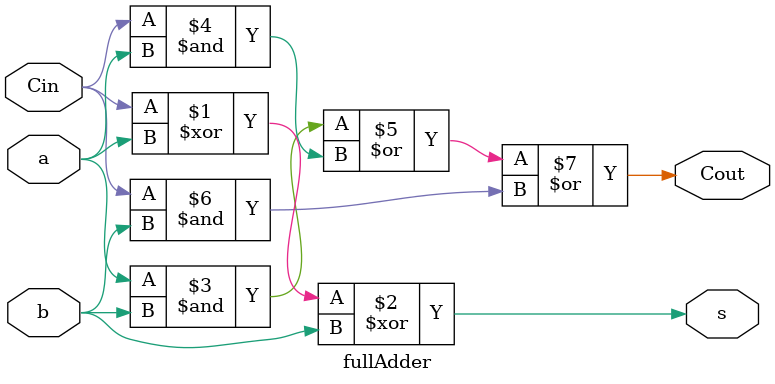
<source format=v>
module part2(SW, KEY, LEDR, HEX0, HEX1, HEX2, HEX3, HEX4, HEX5);
input [9:0] SW;
input [3:0] KEY;
output [7:0] LEDR;
output [6:0] HEX0, HEX1, HEX2, HEX3, HEX4, HEX5;
reg [3:0] zero = 4'b0000;
wire [7:0] aluOut, regOut;
ALU main(
.A(SW[3:0]),
.register(regOut),
.key(KEY[3:1]),
.out(aluOut)
);
assign LEDR = regOut;
register reg1(
.D(aluOut),
.Reset_b(SW[9]),
.Clock(KEY[0]),
.q(regOut)
);
seg7 hex0(
.i(SW[3:0]),
.hex(HEX0)
);
seg7 hex1(
.i(zero),
.hex(HEX1)
);
seg7 hex2(
.i(zero),
.hex(HEX2)
);
seg7 hex3(
.i(zero),
.hex(HEX3)
);
seg7 hex4(
.i(regOut[3:0]),
.hex(HEX4)
);
seg7 hex5(
.i(regOut[7:4]),
.hex(HEX5)
);
endmodule


module seg7(input[3:0] i, output reg [6:0] hex);
always @(*)
begin
case(i)
4'h0: hex = 7'b1000000;
4'h1: hex = 7'b1111001;
4'h2: hex = 7'b0100100;
4'h3: hex = 7'b0110000;
4'h4: hex = 7'b0011001;
4'h5: hex = 7'b0010010;
4'h6: hex = 7'b0000010;
4'h7: hex = 7'b1111000;
4'h8: hex = 7'b0000000;
4'h9: hex = 7'b0010000;
4'hA: hex = 7'b0001000;
4'hB: hex = 7'b0000011;
4'hC: hex = 7'b1000110;
4'hD: hex = 7'b0100001;
4'hE: hex = 7'b0000110;
4'hF: hex = 7'b0001110;
default: hex = 7'b1000000;
endcase
end
endmodule

module register (input[7:0] D, input Reset_b, Clock, output reg[7:0] q);
always @(posedge Clock)
begin
if (Reset_b == 1'b0)
q <= 0;
else
q <= D;
end
endmodule

module ALU (input [3:0] A, input [7:0] register, input [2:0] key,
output reg [7:0] out);
wire [3:0] B;
assign B = register[3:0];

wire [3:0] tempSum;
wire carry;
adder4bit adder(.A(A), .B(B), .Cin(1'b0), .S(tempSum), .Cout(carry));

always @(*)
begin
case(~key)
3'd0: out = {3'b000, carry, tempSum};
3'd1: out =  A + B;
3'd2: out = {~(A^B),~(A&B)};
3'd3: out = (A||B)? 8'b00001111:8'b00000000;
3'd4: out = (((A[0]+A[1]+A[2]+A[3]==1'b1))&&((B[0]+B[1]+B[2]+B[3]==2'b10)))?
8'b11110000:8'b00000000;
3'd5: out = {A,B};
3'd6: out = register;
default: out = 8'd0;
endcase
end
endmodule





module adder4bit(input [3:0] A, B, input Cin, output [3:0] S, output Cout);
wire w1, w2, w3;
fullAdder add1(.a(A[0]), .b(B[0]), .Cin(Cin), .s(S[0]), .Cout(w1));
fullAdder add2(.a(A[1]), .b(B[1]), .Cin(w1), .s(S[1]), .Cout(w2));
fullAdder add3(.a(A[2]), .b(B[2]), .Cin(w2), .s(S[2]), .Cout(w3));
fullAdder add4(.a(A[3]), .b(B[3]), .Cin(w3), .s(S[3]), .Cout(Cout));

endmodule

module fullAdder (input a, b, Cin, output s, Cout);
assign s = Cin^a^b;
assign Cout = (a & b)|(Cin & a)|(Cin & b);
endmodule

</source>
